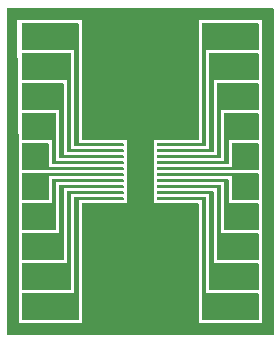
<source format=gbr>
%TF.GenerationSoftware,KiCad,Pcbnew,(6.0.0)*%
%TF.CreationDate,2022-12-04T21:56:15+01:00*%
%TF.ProjectId,SOIC-20 Breakout,534f4943-2d32-4302-9042-7265616b6f75,rev?*%
%TF.SameCoordinates,Original*%
%TF.FileFunction,Copper,L2,Bot*%
%TF.FilePolarity,Positive*%
%FSLAX46Y46*%
G04 Gerber Fmt 4.6, Leading zero omitted, Abs format (unit mm)*
G04 Created by KiCad (PCBNEW (6.0.0)) date 2022-12-04 21:56:15*
%MOMM*%
%LPD*%
G01*
G04 APERTURE LIST*
G04 APERTURE END LIST*
%TA.AperFunction,NonConductor*%
G36*
X145269694Y-96665306D02*
G01*
X145288000Y-96709500D01*
X145288000Y-100711000D01*
X150940500Y-100711000D01*
X150984694Y-100729306D01*
X151003000Y-100773500D01*
X151003000Y-100902500D01*
X150984694Y-100946694D01*
X150940500Y-100965000D01*
X144969500Y-100965000D01*
X144925306Y-100946694D01*
X144907000Y-100902500D01*
X144907000Y-98933000D01*
X142429500Y-98933000D01*
X142385306Y-98914694D01*
X142367000Y-98870500D01*
X142367000Y-96709500D01*
X142385306Y-96665306D01*
X142429500Y-96647000D01*
X145225500Y-96647000D01*
X145269694Y-96665306D01*
G37*
%TD.AperFunction*%
%TA.AperFunction,NonConductor*%
G36*
X146539694Y-91585306D02*
G01*
X146558000Y-91629500D01*
X146558000Y-99695000D01*
X150940500Y-99695000D01*
X150984694Y-99713306D01*
X151003000Y-99757500D01*
X151003000Y-99886500D01*
X150984694Y-99930694D01*
X150940500Y-99949000D01*
X146239500Y-99949000D01*
X146195306Y-99930694D01*
X146177000Y-99886500D01*
X146177000Y-93853000D01*
X142429500Y-93853000D01*
X142385306Y-93834694D01*
X142367000Y-93790500D01*
X142367000Y-91629500D01*
X142385306Y-91585306D01*
X142429500Y-91567000D01*
X146495500Y-91567000D01*
X146539694Y-91585306D01*
G37*
%TD.AperFunction*%
%TA.AperFunction,NonConductor*%
G36*
X162414694Y-91585306D02*
G01*
X162433000Y-91629500D01*
X162433000Y-93790500D01*
X162414694Y-93834694D01*
X162370500Y-93853000D01*
X158623000Y-93853000D01*
X158623000Y-99886500D01*
X158604694Y-99930694D01*
X158560500Y-99949000D01*
X153859500Y-99949000D01*
X153815306Y-99930694D01*
X153797000Y-99886500D01*
X153797000Y-99757500D01*
X153815306Y-99713306D01*
X153859500Y-99695000D01*
X158242000Y-99695000D01*
X158242000Y-91629500D01*
X158260306Y-91585306D01*
X158304500Y-91567000D01*
X162370500Y-91567000D01*
X162414694Y-91585306D01*
G37*
%TD.AperFunction*%
%TA.AperFunction,NonConductor*%
G36*
X163684694Y-87775306D02*
G01*
X163703000Y-87819500D01*
X163703000Y-115380506D01*
X163684694Y-115424700D01*
X163640506Y-115443006D01*
X160488707Y-115443306D01*
X157415509Y-115443599D01*
X157371313Y-115425297D01*
X157353003Y-115381099D01*
X157353003Y-114489500D01*
X157371309Y-114445306D01*
X157415503Y-114427000D01*
X162687003Y-114427000D01*
X162687000Y-88773000D01*
X157353000Y-88773000D01*
X157353000Y-98870500D01*
X157334694Y-98914694D01*
X157290500Y-98933000D01*
X153543000Y-98933000D01*
X153543000Y-104267000D01*
X157290500Y-104267000D01*
X157334694Y-104285306D01*
X157353000Y-104329500D01*
X157353000Y-115380500D01*
X157334694Y-115424694D01*
X157290500Y-115443000D01*
X141159500Y-115443000D01*
X141115306Y-115424694D01*
X141097000Y-115380500D01*
X141097000Y-88773000D01*
X141986000Y-88773000D01*
X141986125Y-88785593D01*
X142112997Y-101599697D01*
X142113000Y-101600316D01*
X142113000Y-114427000D01*
X147447000Y-114427000D01*
X147447000Y-104329500D01*
X147465306Y-104285306D01*
X147509500Y-104267000D01*
X151257000Y-104267000D01*
X151257000Y-98933000D01*
X147509500Y-98933000D01*
X147465306Y-98914694D01*
X147447000Y-98870500D01*
X147447000Y-88773000D01*
X141986000Y-88773000D01*
X141097000Y-88773000D01*
X141097000Y-87819500D01*
X141115306Y-87775306D01*
X141159500Y-87757000D01*
X163640500Y-87757000D01*
X163684694Y-87775306D01*
G37*
%TD.AperFunction*%
%TA.AperFunction,NonConductor*%
G36*
X159239694Y-102761306D02*
G01*
X159258000Y-102805500D01*
X159258000Y-106807000D01*
X162370500Y-106807000D01*
X162414694Y-106825306D01*
X162433000Y-106869500D01*
X162433000Y-109030500D01*
X162414694Y-109074694D01*
X162370500Y-109093000D01*
X158939500Y-109093000D01*
X158895306Y-109074694D01*
X158877000Y-109030500D01*
X158877000Y-102997000D01*
X153859500Y-102997000D01*
X153815306Y-102978694D01*
X153797000Y-102934500D01*
X153797000Y-102805500D01*
X153815306Y-102761306D01*
X153859500Y-102743000D01*
X159195500Y-102743000D01*
X159239694Y-102761306D01*
G37*
%TD.AperFunction*%
%TA.AperFunction,NonConductor*%
G36*
X150984694Y-103777306D02*
G01*
X151003000Y-103821500D01*
X151003000Y-103950500D01*
X150984694Y-103994694D01*
X150940500Y-104013000D01*
X147193000Y-104013000D01*
X147193000Y-114110500D01*
X147174694Y-114154694D01*
X147130500Y-114173000D01*
X142429500Y-114173000D01*
X142385306Y-114154694D01*
X142367000Y-114110500D01*
X142367000Y-111949500D01*
X142385306Y-111905306D01*
X142429500Y-111887000D01*
X146812000Y-111887000D01*
X146812000Y-103821500D01*
X146830306Y-103777306D01*
X146874500Y-103759000D01*
X150940500Y-103759000D01*
X150984694Y-103777306D01*
G37*
%TD.AperFunction*%
%TA.AperFunction,NonConductor*%
G36*
X162414694Y-94125306D02*
G01*
X162433000Y-94169500D01*
X162433000Y-96330500D01*
X162414694Y-96374694D01*
X162370500Y-96393000D01*
X159258000Y-96393000D01*
X159258000Y-100394500D01*
X159239694Y-100438694D01*
X159195500Y-100457000D01*
X153859500Y-100457000D01*
X153815306Y-100438694D01*
X153797000Y-100394500D01*
X153797000Y-100265500D01*
X153815306Y-100221306D01*
X153859500Y-100203000D01*
X158877000Y-100203000D01*
X158877000Y-94169500D01*
X158895306Y-94125306D01*
X158939500Y-94107000D01*
X162370500Y-94107000D01*
X162414694Y-94125306D01*
G37*
%TD.AperFunction*%
%TA.AperFunction,NonConductor*%
G36*
X150984694Y-102253306D02*
G01*
X151003000Y-102297500D01*
X151003000Y-102426500D01*
X150984694Y-102470694D01*
X150940500Y-102489000D01*
X145288000Y-102489000D01*
X145288000Y-106490500D01*
X145269694Y-106534694D01*
X145225500Y-106553000D01*
X142429500Y-106553000D01*
X142385306Y-106534694D01*
X142367000Y-106490500D01*
X142367000Y-104329500D01*
X142385306Y-104285306D01*
X142429500Y-104267000D01*
X144907000Y-104267000D01*
X144907000Y-102297500D01*
X144925306Y-102253306D01*
X144969500Y-102235000D01*
X150940500Y-102235000D01*
X150984694Y-102253306D01*
G37*
%TD.AperFunction*%
%TA.AperFunction,NonConductor*%
G36*
X150984694Y-103269306D02*
G01*
X151003000Y-103313500D01*
X151003000Y-103442500D01*
X150984694Y-103486694D01*
X150940500Y-103505000D01*
X146558000Y-103505000D01*
X146558000Y-111570500D01*
X146539694Y-111614694D01*
X146495500Y-111633000D01*
X142429500Y-111633000D01*
X142385306Y-111614694D01*
X142367000Y-111570500D01*
X142367000Y-109409500D01*
X142385306Y-109365306D01*
X142429500Y-109347000D01*
X146177000Y-109347000D01*
X146177000Y-103313500D01*
X146195306Y-103269306D01*
X146239500Y-103251000D01*
X150940500Y-103251000D01*
X150984694Y-103269306D01*
G37*
%TD.AperFunction*%
%TA.AperFunction,NonConductor*%
G36*
X162414694Y-89045306D02*
G01*
X162433000Y-89089500D01*
X162433000Y-91250500D01*
X162414694Y-91294694D01*
X162370500Y-91313000D01*
X157988000Y-91313000D01*
X157988000Y-99378500D01*
X157969694Y-99422694D01*
X157925500Y-99441000D01*
X153859500Y-99441000D01*
X153815306Y-99422694D01*
X153797000Y-99378500D01*
X153797000Y-99249500D01*
X153815306Y-99205306D01*
X153859500Y-99187000D01*
X157607000Y-99187000D01*
X157607000Y-89089500D01*
X157625306Y-89045306D01*
X157669500Y-89027000D01*
X162370500Y-89027000D01*
X162414694Y-89045306D01*
G37*
%TD.AperFunction*%
%TA.AperFunction,NonConductor*%
G36*
X157969694Y-103777306D02*
G01*
X157988000Y-103821500D01*
X157988000Y-111887000D01*
X162370500Y-111887000D01*
X162414694Y-111905306D01*
X162433000Y-111949500D01*
X162433000Y-114110500D01*
X162414694Y-114154694D01*
X162370500Y-114173000D01*
X157669500Y-114173000D01*
X157625306Y-114154694D01*
X157607000Y-114110500D01*
X157607000Y-104013000D01*
X153859500Y-104013000D01*
X153815306Y-103994694D01*
X153797000Y-103950500D01*
X153797000Y-103821500D01*
X153815306Y-103777306D01*
X153859500Y-103759000D01*
X157925500Y-103759000D01*
X157969694Y-103777306D01*
G37*
%TD.AperFunction*%
%TA.AperFunction,NonConductor*%
G36*
X162414694Y-99205306D02*
G01*
X162433000Y-99249500D01*
X162433000Y-101410500D01*
X162414694Y-101454694D01*
X162370500Y-101473000D01*
X153859500Y-101473000D01*
X153815306Y-101454694D01*
X153797000Y-101410500D01*
X153797000Y-101281500D01*
X153815306Y-101237306D01*
X153859500Y-101219000D01*
X160147000Y-101219000D01*
X160147000Y-99249500D01*
X160165306Y-99205306D01*
X160209500Y-99187000D01*
X162370500Y-99187000D01*
X162414694Y-99205306D01*
G37*
%TD.AperFunction*%
%TA.AperFunction,NonConductor*%
G36*
X144634694Y-99205306D02*
G01*
X144653000Y-99249500D01*
X144653000Y-101219000D01*
X150940500Y-101219000D01*
X150984694Y-101237306D01*
X151003000Y-101281500D01*
X151003000Y-101410500D01*
X150984694Y-101454694D01*
X150940500Y-101473000D01*
X142429500Y-101473000D01*
X142385306Y-101454694D01*
X142367000Y-101410500D01*
X142367000Y-99249500D01*
X142385306Y-99205306D01*
X142429500Y-99187000D01*
X144590500Y-99187000D01*
X144634694Y-99205306D01*
G37*
%TD.AperFunction*%
%TA.AperFunction,NonConductor*%
G36*
X159874694Y-102253306D02*
G01*
X159893000Y-102297500D01*
X159893000Y-104267000D01*
X162370500Y-104267000D01*
X162414694Y-104285306D01*
X162433000Y-104329500D01*
X162433000Y-106490500D01*
X162414694Y-106534694D01*
X162370500Y-106553000D01*
X159574500Y-106553000D01*
X159530306Y-106534694D01*
X159512000Y-106490500D01*
X159512000Y-102489000D01*
X153859500Y-102489000D01*
X153815306Y-102470694D01*
X153797000Y-102426500D01*
X153797000Y-102297500D01*
X153815306Y-102253306D01*
X153859500Y-102235000D01*
X159830500Y-102235000D01*
X159874694Y-102253306D01*
G37*
%TD.AperFunction*%
%TA.AperFunction,NonConductor*%
G36*
X147174694Y-89045306D02*
G01*
X147193000Y-89089500D01*
X147193000Y-99187000D01*
X150940500Y-99187000D01*
X150984694Y-99205306D01*
X151003000Y-99249500D01*
X151003000Y-99378500D01*
X150984694Y-99422694D01*
X150940500Y-99441000D01*
X146874500Y-99441000D01*
X146830306Y-99422694D01*
X146812000Y-99378500D01*
X146812000Y-91313000D01*
X142429500Y-91313000D01*
X142385306Y-91294694D01*
X142367000Y-91250500D01*
X142367000Y-89089500D01*
X142385306Y-89045306D01*
X142429500Y-89027000D01*
X147130500Y-89027000D01*
X147174694Y-89045306D01*
G37*
%TD.AperFunction*%
%TA.AperFunction,NonConductor*%
G36*
X150984694Y-101745306D02*
G01*
X151003000Y-101789500D01*
X151003000Y-101918500D01*
X150984694Y-101962694D01*
X150940500Y-101981000D01*
X144653000Y-101981000D01*
X144653000Y-103950500D01*
X144634694Y-103994694D01*
X144590500Y-104013000D01*
X142429500Y-104013000D01*
X142385306Y-103994694D01*
X142367000Y-103950500D01*
X142367000Y-101789500D01*
X142385306Y-101745306D01*
X142429500Y-101727000D01*
X150940500Y-101727000D01*
X150984694Y-101745306D01*
G37*
%TD.AperFunction*%
%TA.AperFunction,NonConductor*%
G36*
X162414694Y-96665306D02*
G01*
X162433000Y-96709500D01*
X162433000Y-98870500D01*
X162414694Y-98914694D01*
X162370500Y-98933000D01*
X159893000Y-98933000D01*
X159893000Y-100902500D01*
X159874694Y-100946694D01*
X159830500Y-100965000D01*
X153859500Y-100965000D01*
X153815306Y-100946694D01*
X153797000Y-100902500D01*
X153797000Y-100773500D01*
X153815306Y-100729306D01*
X153859500Y-100711000D01*
X159512000Y-100711000D01*
X159512000Y-96709500D01*
X159530306Y-96665306D01*
X159574500Y-96647000D01*
X162370500Y-96647000D01*
X162414694Y-96665306D01*
G37*
%TD.AperFunction*%
%TA.AperFunction,NonConductor*%
G36*
X158604694Y-103269306D02*
G01*
X158623000Y-103313500D01*
X158623000Y-109347000D01*
X162370500Y-109347000D01*
X162414694Y-109365306D01*
X162433000Y-109409500D01*
X162433000Y-111570500D01*
X162414694Y-111614694D01*
X162370500Y-111633000D01*
X158304500Y-111633000D01*
X158260306Y-111614694D01*
X158242000Y-111570500D01*
X158242000Y-103505000D01*
X153859500Y-103505000D01*
X153815306Y-103486694D01*
X153797000Y-103442500D01*
X153797000Y-103313500D01*
X153815306Y-103269306D01*
X153859500Y-103251000D01*
X158560500Y-103251000D01*
X158604694Y-103269306D01*
G37*
%TD.AperFunction*%
%TA.AperFunction,NonConductor*%
G36*
X162414694Y-101745306D02*
G01*
X162433000Y-101789500D01*
X162433000Y-103950500D01*
X162414694Y-103994694D01*
X162370500Y-104013000D01*
X160209500Y-104013000D01*
X160165306Y-103994694D01*
X160147000Y-103950500D01*
X160147000Y-101981000D01*
X153859500Y-101981000D01*
X153815306Y-101962694D01*
X153797000Y-101918500D01*
X153797000Y-101789500D01*
X153815306Y-101745306D01*
X153859500Y-101727000D01*
X162370500Y-101727000D01*
X162414694Y-101745306D01*
G37*
%TD.AperFunction*%
%TA.AperFunction,NonConductor*%
G36*
X145904694Y-94125306D02*
G01*
X145923000Y-94169500D01*
X145923000Y-100203000D01*
X150940500Y-100203000D01*
X150984694Y-100221306D01*
X151003000Y-100265500D01*
X151003000Y-100394500D01*
X150984694Y-100438694D01*
X150940500Y-100457000D01*
X145604500Y-100457000D01*
X145560306Y-100438694D01*
X145542000Y-100394500D01*
X145542000Y-96393000D01*
X142429500Y-96393000D01*
X142385306Y-96374694D01*
X142367000Y-96330500D01*
X142367000Y-94169500D01*
X142385306Y-94125306D01*
X142429500Y-94107000D01*
X145860500Y-94107000D01*
X145904694Y-94125306D01*
G37*
%TD.AperFunction*%
%TA.AperFunction,NonConductor*%
G36*
X150984694Y-102761306D02*
G01*
X151003000Y-102805500D01*
X151003000Y-102934500D01*
X150984694Y-102978694D01*
X150940500Y-102997000D01*
X145923000Y-102997000D01*
X145923000Y-109030500D01*
X145904694Y-109074694D01*
X145860500Y-109093000D01*
X142429500Y-109093000D01*
X142385306Y-109074694D01*
X142367000Y-109030500D01*
X142367000Y-106869500D01*
X142385306Y-106825306D01*
X142429500Y-106807000D01*
X145542000Y-106807000D01*
X145542000Y-102805500D01*
X145560306Y-102761306D01*
X145604500Y-102743000D01*
X150940500Y-102743000D01*
X150984694Y-102761306D01*
G37*
%TD.AperFunction*%
M02*

</source>
